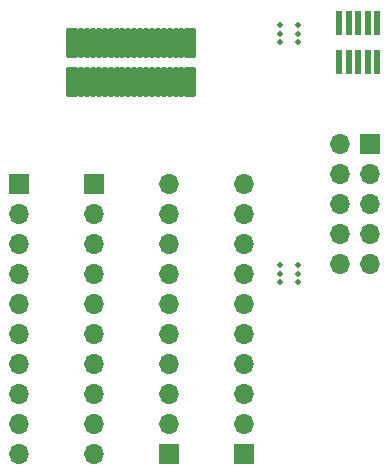
<source format=gbr>
%TF.GenerationSoftware,KiCad,Pcbnew,7.0.10*%
%TF.CreationDate,2024-02-11T00:06:51+01:00*%
%TF.ProjectId,ICOM-Internal-modules,49434f4d-2d49-46e7-9465-726e616c2d6d,rev?*%
%TF.SameCoordinates,Original*%
%TF.FileFunction,Soldermask,Top*%
%TF.FilePolarity,Negative*%
%FSLAX46Y46*%
G04 Gerber Fmt 4.6, Leading zero omitted, Abs format (unit mm)*
G04 Created by KiCad (PCBNEW 7.0.10) date 2024-02-11 00:06:51*
%MOMM*%
%LPD*%
G01*
G04 APERTURE LIST*
G04 Aperture macros list*
%AMRoundRect*
0 Rectangle with rounded corners*
0 $1 Rounding radius*
0 $2 $3 $4 $5 $6 $7 $8 $9 X,Y pos of 4 corners*
0 Add a 4 corners polygon primitive as box body*
4,1,4,$2,$3,$4,$5,$6,$7,$8,$9,$2,$3,0*
0 Add four circle primitives for the rounded corners*
1,1,$1+$1,$2,$3*
1,1,$1+$1,$4,$5*
1,1,$1+$1,$6,$7*
1,1,$1+$1,$8,$9*
0 Add four rect primitives between the rounded corners*
20,1,$1+$1,$2,$3,$4,$5,0*
20,1,$1+$1,$4,$5,$6,$7,0*
20,1,$1+$1,$6,$7,$8,$9,0*
20,1,$1+$1,$8,$9,$2,$3,0*%
G04 Aperture macros list end*
%ADD10RoundRect,0.102000X0.375000X-1.150000X0.375000X1.150000X-0.375000X1.150000X-0.375000X-1.150000X0*%
%ADD11RoundRect,0.102000X0.125000X-1.150000X0.125000X1.150000X-0.125000X1.150000X-0.125000X-1.150000X0*%
%ADD12C,0.500000*%
%ADD13R,0.508000X2.030000*%
%ADD14R,1.700000X1.700000*%
%ADD15O,1.700000X1.700000*%
G04 APERTURE END LIST*
D10*
%TO.C,J1*%
X74328000Y-47242000D03*
X74328000Y-43942000D03*
D11*
X75078000Y-47242000D03*
X75078000Y-43942000D03*
X75578000Y-47242000D03*
X75578000Y-43942000D03*
X76078000Y-47242000D03*
X76078000Y-43942000D03*
X76578000Y-47242000D03*
X76578000Y-43942000D03*
X77078000Y-47242000D03*
X77078000Y-43942000D03*
X77578000Y-47242000D03*
X77578000Y-43942000D03*
X78078000Y-47242000D03*
X78078000Y-43942000D03*
X78578000Y-47242000D03*
X78578000Y-43942000D03*
X79078000Y-47242000D03*
X79078000Y-43942000D03*
X79578000Y-47242000D03*
X79578000Y-43942000D03*
X80078000Y-47242000D03*
X80078000Y-43942000D03*
X80578000Y-47242000D03*
X80578000Y-43942000D03*
X81078000Y-47242000D03*
X81078000Y-43942000D03*
X81578000Y-47242000D03*
X81578000Y-43942000D03*
X82078000Y-47242000D03*
X82078000Y-43942000D03*
X82578000Y-47242000D03*
X82578000Y-43942000D03*
X83078000Y-47242000D03*
X83078000Y-43942000D03*
X83578000Y-47242000D03*
X83578000Y-43942000D03*
D10*
X84328000Y-47242000D03*
X84328000Y-43942000D03*
%TD*%
D12*
%TO.C,mouse-bite-2mm-slot*%
X91948000Y-64250000D03*
X93448000Y-64250000D03*
X91948000Y-63500000D03*
X93448000Y-63500000D03*
X91948000Y-62750000D03*
X93448000Y-62750000D03*
%TD*%
%TO.C,mouse-bite-2mm-slot*%
X91960000Y-43930000D03*
X93460000Y-43930000D03*
X91960000Y-43180000D03*
X93460000Y-43180000D03*
X91960000Y-42430000D03*
X93460000Y-42430000D03*
%TD*%
D13*
%TO.C,J6*%
X96952000Y-45592000D03*
X96952000Y-42292000D03*
X97752000Y-45592000D03*
X97752000Y-42292000D03*
X98552000Y-45592000D03*
X98552000Y-42292000D03*
X99352000Y-45592000D03*
X99352000Y-42292000D03*
X100152000Y-45592000D03*
X100152000Y-42292000D03*
%TD*%
D14*
%TO.C,J2*%
X69850000Y-55880000D03*
D15*
X69850000Y-58420000D03*
X69850000Y-60960000D03*
X69850000Y-63500000D03*
X69850000Y-66040000D03*
X69850000Y-68580000D03*
X69850000Y-71120000D03*
X69850000Y-73660000D03*
X69850000Y-76200000D03*
X69850000Y-78740000D03*
%TD*%
D14*
%TO.C,J4*%
X82550000Y-78740000D03*
D15*
X82550000Y-76200000D03*
X82550000Y-73660000D03*
X82550000Y-71120000D03*
X82550000Y-68580000D03*
X82550000Y-66040000D03*
X82550000Y-63500000D03*
X82550000Y-60960000D03*
X82550000Y-58420000D03*
X82550000Y-55880000D03*
%TD*%
D14*
%TO.C,J3*%
X76200000Y-55880000D03*
D15*
X76200000Y-58420000D03*
X76200000Y-60960000D03*
X76200000Y-63500000D03*
X76200000Y-66040000D03*
X76200000Y-68580000D03*
X76200000Y-71120000D03*
X76200000Y-73660000D03*
X76200000Y-76200000D03*
X76200000Y-78740000D03*
%TD*%
D14*
%TO.C,J7*%
X99568000Y-52557600D03*
D15*
X97028000Y-52557600D03*
X99568000Y-55097600D03*
X97028000Y-55097600D03*
X99568000Y-57637600D03*
X97028000Y-57637600D03*
X99568000Y-60177600D03*
X97028000Y-60177600D03*
X99568000Y-62717600D03*
X97028000Y-62717600D03*
%TD*%
D14*
%TO.C,J5*%
X88900000Y-78740000D03*
D15*
X88900000Y-76200000D03*
X88900000Y-73660000D03*
X88900000Y-71120000D03*
X88900000Y-68580000D03*
X88900000Y-66040000D03*
X88900000Y-63500000D03*
X88900000Y-60960000D03*
X88900000Y-58420000D03*
X88900000Y-55880000D03*
%TD*%
M02*

</source>
